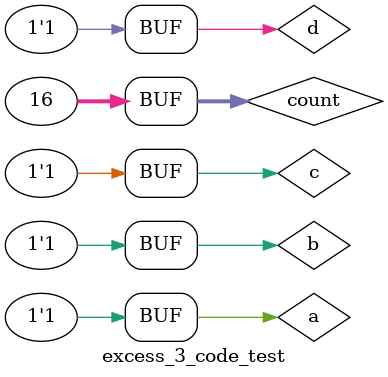
<source format=v>
module excess_3_code_test;
reg a,b,c,d;
wire  w,x,y,z;
excess_3_code gate(w,x,y,z, a,b,c,d);
integer count;
initial begin 
	for (count=0; count<16; count=count+1) begin
		{a,b,c,d} = count;
		#20;
	end 
end 
endmodule 
</source>
